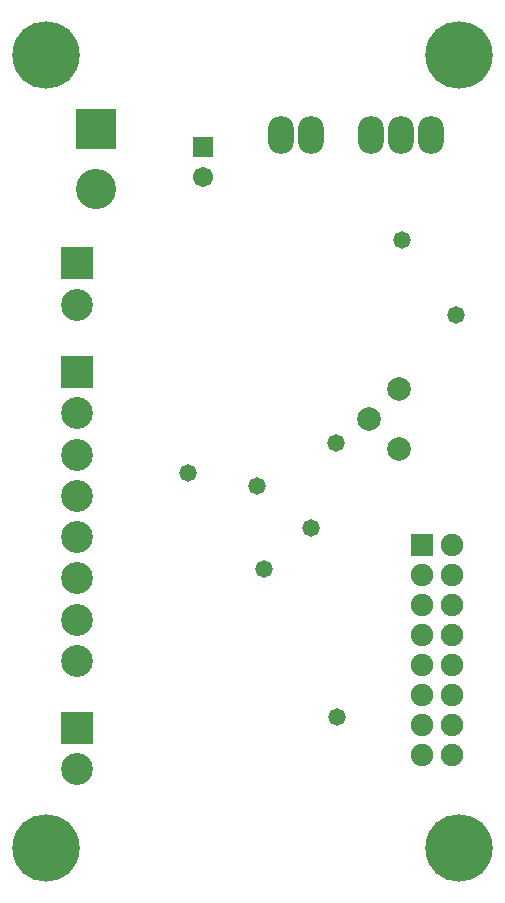
<source format=gbr>
%FSTAX23Y23*%
%MOIN*%
%SFA1B1*%

%IPPOS*%
%ADD39C,0.224535*%
%ADD40C,0.106425*%
%ADD41R,0.106425X0.106425*%
%ADD42O,0.086740X0.126110*%
%ADD43C,0.067055*%
%ADD44R,0.067055X0.067055*%
%ADD45C,0.133984*%
%ADD46R,0.133984X0.133984*%
%ADD47C,0.078866*%
%ADD48R,0.074929X0.074929*%
%ADD49C,0.074929*%
%ADD50C,0.058000*%
%LN+-10v_stepdir_colorlight_soldermask_bot-1*%
%LPD*%
G54D39*
X01515Y00118D03*
X00137D03*
X01515Y0276D03*
X00137D03*
G54D40*
X0024Y0074D03*
Y00878D03*
Y01016D03*
Y01153D03*
Y01291D03*
Y01429D03*
Y01567D03*
Y01929D03*
Y00381D03*
G54D41*
X0024Y01705D03*
Y02067D03*
Y00519D03*
G54D42*
X0132Y02494D03*
X0142D03*
X0122D03*
X0102D03*
X0092D03*
G54D43*
X0066Y02354D03*
G54D44*
X0066Y02454D03*
G54D45*
X00305Y02314D03*
G54D46*
X00305Y02514D03*
G54D47*
X01315Y01449D03*
X01215Y01549D03*
X01315Y01649D03*
G54D48*
X0139Y01129D03*
G54D49*
X0149Y01129D03*
X0139Y01029D03*
X0149D03*
X0139Y00929D03*
X0149D03*
X0139Y00829D03*
X0149D03*
X0139Y00729D03*
X0149D03*
X0139Y00629D03*
X0149D03*
X0139Y00529D03*
X0149D03*
X0139Y00429D03*
X0149D03*
G54D50*
X0102Y01184D03*
X01105Y01469D03*
X01107Y00554D03*
X00865Y01049D03*
X0061Y01369D03*
X01505Y01894D03*
X01323Y02143D03*
X0084Y01324D03*
M02*
</source>
